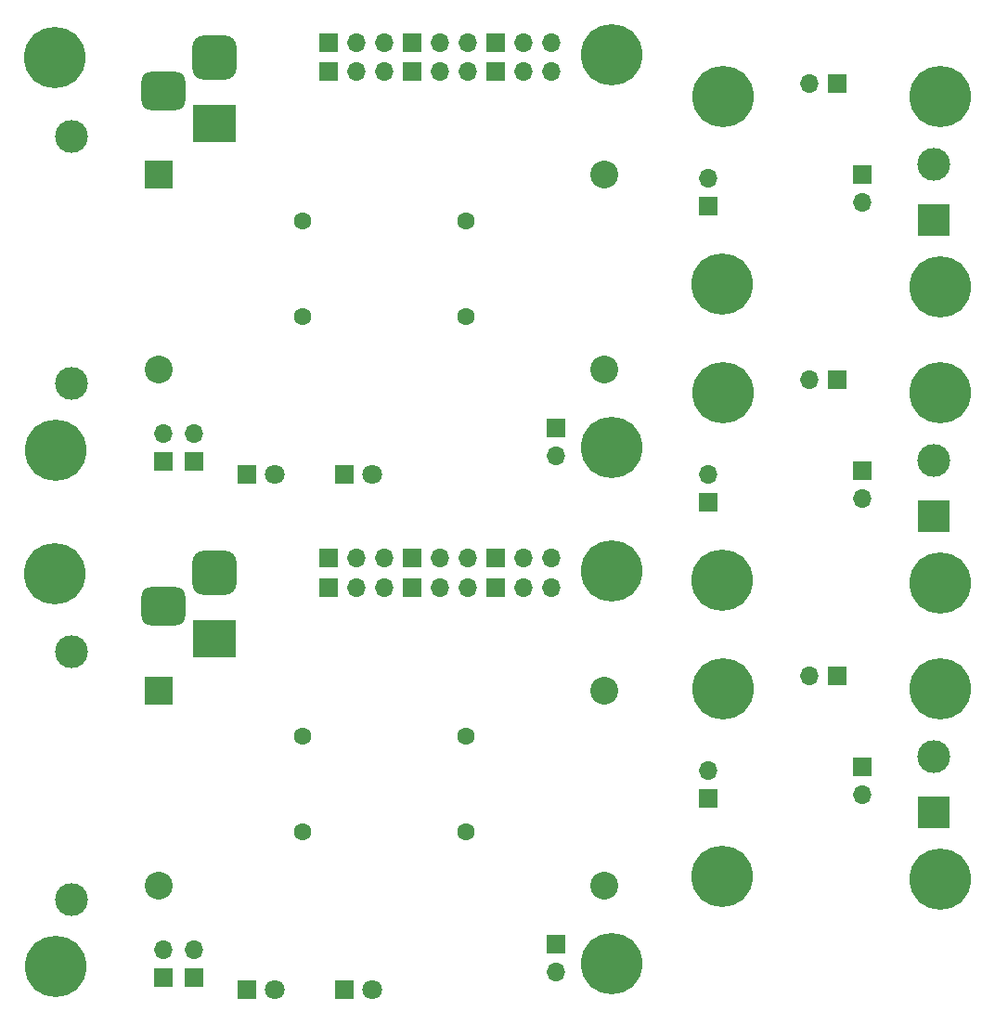
<source format=gbs>
%MOIN*%
%OFA0B0*%
%FSLAX46Y46*%
%IPPOS*%
%LPD*%
%AMRoundRect*
4,1,4,
0.07874015748031496,0.11811023622047245,
0.15748031496062992,0.19685039370078741,
0.23622047244094491,0.27559055118110237,
0.31496062992125984,0.35433070866141736,
0.07874015748031496,0.11811023622047245,
0*
1,1,$1,$2,$3*
1,1,$1,$2,$3*
1,1,$1,$2,$3*
1,1,$1,$2,$3*
20,1,$1,$2,$3,$4,$5,0*
20,1,$1,$2,$3,$4,$5,0*
20,1,$1,$2,$3,$4,$5,0*
20,1,$1,$2,$3,$4,$5,0*%
%AMCOMP147*
4,1,3,
-0.03937007874015748,0.03937007874015748,
-0.03937007874015748,-0.03937007874015748,
0.03937007874015748,-0.03937007874015748,
0.03937007874015748,0.03937007874015748,
0*
4,1,19,
-0.03937007874015748,0.07874015748031496,
-0.027204055339569,0.076813248673037543,
-0.016228927075099483,0.0712211415108247,
-0.0075190159694902585,0.062511230405215487,
-0.0019269088072774202,0.051536102140745964,
0,0.03937007874015748,
-0.0019269088072774157,0.027204055339569003,
-0.0075190159694902585,0.01622892707509949,
-0.016228927075099479,0.0075190159694902628,
-0.027204055339569,0.0019269088072774202,
-0.03937007874015748,0,
-0.051536102140745978,0.0019269088072774202,
-0.062511230405215473,0.0075190159694902541,
-0.0712211415108247,0.016228927075099479,
-0.076813248673037543,0.027204055339568996,
-0.07874015748031496,0.039370078740157473,
-0.076813248673037543,0.051536102140745957,
-0.0712211415108247,0.062511230405215473,
-0.062511230405215487,0.0712211415108247,
-0.051536102140745978,0.076813248673037543,
0*
4,1,19,
-0.03937007874015748,0,
-0.027204055339569,-0.0019269088072774202,
-0.016228927075099483,-0.0075190159694902585,
-0.0075190159694902585,-0.016228927075099483,
-0.0019269088072774202,-0.027204055339569,
0,-0.03937007874015748,
-0.0019269088072774157,-0.051536102140745964,
-0.0075190159694902585,-0.062511230405215473,
-0.016228927075099479,-0.0712211415108247,
-0.027204055339569,-0.076813248673037543,
-0.03937007874015748,-0.07874015748031496,
-0.051536102140745978,-0.076813248673037543,
-0.062511230405215473,-0.0712211415108247,
-0.0712211415108247,-0.062511230405215487,
-0.076813248673037543,-0.051536102140745964,
-0.07874015748031496,-0.039370078740157494,
-0.076813248673037543,-0.02720405533956901,
-0.0712211415108247,-0.016228927075099493,
-0.062511230405215487,-0.0075190159694902628,
-0.051536102140745978,-0.0019269088072774202,
0*
4,1,19,
0.03937007874015748,0,
0.051536102140745964,-0.0019269088072774202,
0.062511230405215487,-0.0075190159694902585,
0.0712211415108247,-0.016228927075099483,
0.076813248673037543,-0.027204055339569,
0.07874015748031496,-0.03937007874015748,
0.076813248673037543,-0.051536102140745964,
0.0712211415108247,-0.062511230405215473,
0.062511230405215487,-0.0712211415108247,
0.051536102140745964,-0.076813248673037543,
0.039370078740157494,-0.07874015748031496,
0.027204055339568992,-0.076813248673037543,
0.01622892707509949,-0.0712211415108247,
0.0075190159694902628,-0.062511230405215487,
0.0019269088072774202,-0.051536102140745964,
0,-0.039370078740157494,
0.0019269088072774157,-0.02720405533956901,
0.0075190159694902541,-0.016228927075099493,
0.016228927075099476,-0.0075190159694902628,
0.027204055339568992,-0.0019269088072774202,
0*
4,1,19,
0.03937007874015748,0.07874015748031496,
0.051536102140745964,0.076813248673037543,
0.062511230405215487,0.0712211415108247,
0.0712211415108247,0.062511230405215487,
0.076813248673037543,0.051536102140745964,
0.07874015748031496,0.03937007874015748,
0.076813248673037543,0.027204055339569003,
0.0712211415108247,0.01622892707509949,
0.062511230405215487,0.0075190159694902628,
0.051536102140745964,0.0019269088072774202,
0.039370078740157494,0,
0.027204055339568992,0.0019269088072774202,
0.01622892707509949,0.0075190159694902541,
0.0075190159694902628,0.016228927075099479,
0.0019269088072774202,0.027204055339568996,
0,0.039370078740157473,
0.0019269088072774157,0.051536102140745957,
0.0075190159694902541,0.062511230405215473,
0.016228927075099476,0.0712211415108247,
0.027204055339568992,0.076813248673037543,
0*
4,1,3,
-0.07874015748031496,0.03937007874015748,
0,0.03937007874015748,
0,-0.03937007874015748,
-0.07874015748031496,-0.03937007874015748,
0*
4,1,3,
-0.03937007874015748,-0.07874015748031496,
-0.03937007874015748,0,
0.03937007874015748,0,
0.03937007874015748,-0.07874015748031496,
0*
4,1,3,
0.07874015748031496,-0.03937007874015748,
0,-0.03937007874015748,
0,0.03937007874015748,
0.07874015748031496,0.03937007874015748,
0*
4,1,3,
0.03937007874015748,0.07874015748031496,
0.03937007874015748,0,
-0.03937007874015748,0,
-0.03937007874015748,0.07874015748031496,
0*%
%AMCOMP148*
4,1,3,
-0.04429133858267717,0.034448818897637797,
-0.04429133858267717,-0.034448818897637797,
0.04429133858267717,-0.034448818897637797,
0.04429133858267717,0.034448818897637797,
0*
4,1,19,
-0.04429133858267717,0.068897637795275593,
-0.033646068107162252,0.067211592588907854,
-0.02404283087575142,0.062318498821971623,
-0.016421658658343347,0.054697326604563543,
-0.011528564891407115,0.045094089373152721,
-0.00984251968503937,0.034448818897637797,
-0.011528564891407109,0.023803548422122879,
-0.016421658658343347,0.014200311190712054,
-0.024042830875751417,0.00657913897330398,
-0.033646068107162239,0.0016860452063677432,
-0.04429133858267717,0,
-0.054936609058192094,0.0016860452063677432,
-0.064539846289602909,0.0065791389733039713,
-0.072161018507010982,0.014200311190712045,
-0.07705411227394722,0.023803548422122869,
-0.07874015748031496,0.03444881889763779,
-0.07705411227394722,0.045094089373152707,
-0.072161018507011,0.054697326604563536,
-0.064539846289602923,0.062318498821971616,
-0.054936609058192094,0.067211592588907854,
0*
4,1,19,
-0.04429133858267717,0,
-0.033646068107162252,-0.0016860452063677432,
-0.02404283087575142,-0.0065791389733039756,
-0.016421658658343347,-0.014200311190712049,
-0.011528564891407115,-0.023803548422122876,
-0.00984251968503937,-0.034448818897637797,
-0.011528564891407109,-0.045094089373152714,
-0.016421658658343347,-0.054697326604563536,
-0.024042830875751417,-0.062318498821971616,
-0.033646068107162239,-0.067211592588907854,
-0.04429133858267717,-0.068897637795275593,
-0.054936609058192094,-0.067211592588907854,
-0.064539846289602909,-0.062318498821971623,
-0.072161018507010982,-0.054697326604563556,
-0.07705411227394722,-0.045094089373152721,
-0.07874015748031496,-0.0344488188976378,
-0.07705411227394722,-0.023803548422122883,
-0.072161018507011,-0.014200311190712057,
-0.064539846289602923,-0.00657913897330398,
-0.054936609058192094,-0.0016860452063677432,
0*
4,1,19,
0.04429133858267717,0,
0.054936609058192087,-0.0016860452063677432,
0.064539846289602909,-0.0065791389733039756,
0.072161018507011,-0.014200311190712049,
0.07705411227394722,-0.023803548422122876,
0.07874015748031496,-0.034448818897637797,
0.07705411227394722,-0.045094089373152714,
0.072161018507011,-0.054697326604563536,
0.064539846289602923,-0.062318498821971616,
0.054936609058192094,-0.067211592588907854,
0.04429133858267717,-0.068897637795275593,
0.033646068107162239,-0.067211592588907854,
0.024042830875751424,-0.062318498821971623,
0.016421658658343351,-0.054697326604563556,
0.011528564891407115,-0.045094089373152721,
0.00984251968503937,-0.0344488188976378,
0.011528564891407109,-0.023803548422122883,
0.016421658658343344,-0.014200311190712057,
0.02404283087575141,-0.00657913897330398,
0.033646068107162239,-0.0016860452063677432,
0*
4,1,19,
0.04429133858267717,0.068897637795275593,
0.054936609058192087,0.067211592588907854,
0.064539846289602909,0.062318498821971623,
0.072161018507011,0.054697326604563543,
0.07705411227394722,0.045094089373152721,
0.07874015748031496,0.034448818897637797,
0.07705411227394722,0.023803548422122879,
0.072161018507011,0.014200311190712054,
0.064539846289602923,0.00657913897330398,
0.054936609058192094,0.0016860452063677432,
0.04429133858267717,0,
0.033646068107162239,0.0016860452063677432,
0.024042830875751424,0.0065791389733039713,
0.016421658658343351,0.014200311190712045,
0.011528564891407115,0.023803548422122869,
0.00984251968503937,0.03444881889763779,
0.011528564891407109,0.045094089373152707,
0.016421658658343344,0.054697326604563536,
0.02404283087575141,0.062318498821971616,
0.033646068107162239,0.067211592588907854,
0*
4,1,3,
-0.07874015748031496,0.034448818897637797,
-0.00984251968503937,0.034448818897637797,
-0.00984251968503937,-0.034448818897637797,
-0.07874015748031496,-0.034448818897637797,
0*
4,1,3,
-0.04429133858267717,-0.068897637795275593,
-0.04429133858267717,0,
0.04429133858267717,0,
0.04429133858267717,-0.068897637795275593,
0*
4,1,3,
0.07874015748031496,-0.034448818897637797,
0.00984251968503937,-0.034448818897637797,
0.00984251968503937,0.034448818897637797,
0.07874015748031496,0.034448818897637797,
0*
4,1,3,
0.04429133858267717,0.068897637795275593,
0.04429133858267717,0,
-0.04429133858267717,0,
-0.04429133858267717,0.068897637795275593,
0*%
%AMRoundRect0*
4,1,4,
0.07874015748031496,0.11811023622047245,
0.15748031496062992,0.19685039370078741,
0.23622047244094491,0.27559055118110237,
0.31496062992125984,0.35433070866141736,
0.07874015748031496,0.11811023622047245,
0*
1,1,$1,$2,$3*
1,1,$1,$2,$3*
1,1,$1,$2,$3*
1,1,$1,$2,$3*
20,1,$1,$2,$3,$4,$5,0*
20,1,$1,$2,$3,$4,$5,0*
20,1,$1,$2,$3,$4,$5,0*
20,1,$1,$2,$3,$4,$5,0*%
%AMCOMP1630*
4,1,3,
-0.03937007874015748,0.03937007874015748,
-0.03937007874015748,-0.03937007874015748,
0.03937007874015748,-0.03937007874015748,
0.03937007874015748,0.03937007874015748,
0*
4,1,19,
-0.03937007874015748,0.07874015748031496,
-0.027204055339569,0.076813248673037543,
-0.016228927075099483,0.0712211415108247,
-0.0075190159694902585,0.062511230405215487,
-0.0019269088072774202,0.051536102140745964,
0,0.03937007874015748,
-0.0019269088072774157,0.027204055339569003,
-0.0075190159694902585,0.01622892707509949,
-0.016228927075099479,0.0075190159694902628,
-0.027204055339569,0.0019269088072774202,
-0.03937007874015748,0,
-0.051536102140745978,0.0019269088072774202,
-0.062511230405215473,0.0075190159694902541,
-0.0712211415108247,0.016228927075099479,
-0.076813248673037543,0.027204055339568996,
-0.07874015748031496,0.039370078740157473,
-0.076813248673037543,0.051536102140745957,
-0.0712211415108247,0.062511230405215473,
-0.062511230405215487,0.0712211415108247,
-0.051536102140745978,0.076813248673037543,
0*
4,1,19,
-0.03937007874015748,0,
-0.027204055339569,-0.0019269088072774202,
-0.016228927075099483,-0.0075190159694902585,
-0.0075190159694902585,-0.016228927075099483,
-0.0019269088072774202,-0.027204055339569,
0,-0.03937007874015748,
-0.0019269088072774157,-0.051536102140745964,
-0.0075190159694902585,-0.062511230405215473,
-0.016228927075099479,-0.0712211415108247,
-0.027204055339569,-0.076813248673037543,
-0.03937007874015748,-0.07874015748031496,
-0.051536102140745978,-0.076813248673037543,
-0.062511230405215473,-0.0712211415108247,
-0.0712211415108247,-0.062511230405215487,
-0.076813248673037543,-0.051536102140745964,
-0.07874015748031496,-0.039370078740157494,
-0.076813248673037543,-0.02720405533956901,
-0.0712211415108247,-0.016228927075099493,
-0.062511230405215487,-0.0075190159694902628,
-0.051536102140745978,-0.0019269088072774202,
0*
4,1,19,
0.03937007874015748,0,
0.051536102140745964,-0.0019269088072774202,
0.062511230405215487,-0.0075190159694902585,
0.0712211415108247,-0.016228927075099483,
0.076813248673037543,-0.027204055339569,
0.07874015748031496,-0.03937007874015748,
0.076813248673037543,-0.051536102140745964,
0.0712211415108247,-0.062511230405215473,
0.062511230405215487,-0.0712211415108247,
0.051536102140745964,-0.076813248673037543,
0.039370078740157494,-0.07874015748031496,
0.027204055339568992,-0.076813248673037543,
0.01622892707509949,-0.0712211415108247,
0.0075190159694902628,-0.062511230405215487,
0.0019269088072774202,-0.051536102140745964,
0,-0.039370078740157494,
0.0019269088072774157,-0.02720405533956901,
0.0075190159694902541,-0.016228927075099493,
0.016228927075099476,-0.0075190159694902628,
0.027204055339568992,-0.0019269088072774202,
0*
4,1,19,
0.03937007874015748,0.07874015748031496,
0.051536102140745964,0.076813248673037543,
0.062511230405215487,0.0712211415108247,
0.0712211415108247,0.062511230405215487,
0.076813248673037543,0.051536102140745964,
0.07874015748031496,0.03937007874015748,
0.076813248673037543,0.027204055339569003,
0.0712211415108247,0.01622892707509949,
0.062511230405215487,0.0075190159694902628,
0.051536102140745964,0.0019269088072774202,
0.039370078740157494,0,
0.027204055339568992,0.0019269088072774202,
0.01622892707509949,0.0075190159694902541,
0.0075190159694902628,0.016228927075099479,
0.0019269088072774202,0.027204055339568996,
0,0.039370078740157473,
0.0019269088072774157,0.051536102140745957,
0.0075190159694902541,0.062511230405215473,
0.016228927075099476,0.0712211415108247,
0.027204055339568992,0.076813248673037543,
0*
4,1,3,
-0.07874015748031496,0.03937007874015748,
0,0.03937007874015748,
0,-0.03937007874015748,
-0.07874015748031496,-0.03937007874015748,
0*
4,1,3,
-0.03937007874015748,-0.07874015748031496,
-0.03937007874015748,0,
0.03937007874015748,0,
0.03937007874015748,-0.07874015748031496,
0*
4,1,3,
0.07874015748031496,-0.03937007874015748,
0,-0.03937007874015748,
0,0.03937007874015748,
0.07874015748031496,0.03937007874015748,
0*
4,1,3,
0.03937007874015748,0.07874015748031496,
0.03937007874015748,0,
-0.03937007874015748,0,
-0.03937007874015748,0.07874015748031496,
0*%
%AMCOMP1640*
4,1,3,
-0.04429133858267717,0.034448818897637797,
-0.04429133858267717,-0.034448818897637797,
0.04429133858267717,-0.034448818897637797,
0.04429133858267717,0.034448818897637797,
0*
4,1,19,
-0.04429133858267717,0.068897637795275593,
-0.033646068107162252,0.067211592588907854,
-0.02404283087575142,0.062318498821971623,
-0.016421658658343347,0.054697326604563543,
-0.011528564891407115,0.045094089373152721,
-0.00984251968503937,0.034448818897637797,
-0.011528564891407109,0.023803548422122879,
-0.016421658658343347,0.014200311190712054,
-0.024042830875751417,0.00657913897330398,
-0.033646068107162239,0.0016860452063677432,
-0.04429133858267717,0,
-0.054936609058192094,0.0016860452063677432,
-0.064539846289602909,0.0065791389733039713,
-0.072161018507010982,0.014200311190712045,
-0.07705411227394722,0.023803548422122869,
-0.07874015748031496,0.03444881889763779,
-0.07705411227394722,0.045094089373152707,
-0.072161018507011,0.054697326604563536,
-0.064539846289602923,0.062318498821971616,
-0.054936609058192094,0.067211592588907854,
0*
4,1,19,
-0.04429133858267717,0,
-0.033646068107162252,-0.0016860452063677432,
-0.02404283087575142,-0.0065791389733039756,
-0.016421658658343347,-0.014200311190712049,
-0.011528564891407115,-0.023803548422122876,
-0.00984251968503937,-0.034448818897637797,
-0.011528564891407109,-0.045094089373152714,
-0.016421658658343347,-0.054697326604563536,
-0.024042830875751417,-0.062318498821971616,
-0.033646068107162239,-0.067211592588907854,
-0.04429133858267717,-0.068897637795275593,
-0.054936609058192094,-0.067211592588907854,
-0.064539846289602909,-0.062318498821971623,
-0.072161018507010982,-0.054697326604563556,
-0.07705411227394722,-0.045094089373152721,
-0.07874015748031496,-0.0344488188976378,
-0.07705411227394722,-0.023803548422122883,
-0.072161018507011,-0.014200311190712057,
-0.064539846289602923,-0.00657913897330398,
-0.054936609058192094,-0.0016860452063677432,
0*
4,1,19,
0.04429133858267717,0,
0.054936609058192087,-0.0016860452063677432,
0.064539846289602909,-0.0065791389733039756,
0.072161018507011,-0.014200311190712049,
0.07705411227394722,-0.023803548422122876,
0.07874015748031496,-0.034448818897637797,
0.07705411227394722,-0.045094089373152714,
0.072161018507011,-0.054697326604563536,
0.064539846289602923,-0.062318498821971616,
0.054936609058192094,-0.067211592588907854,
0.04429133858267717,-0.068897637795275593,
0.033646068107162239,-0.067211592588907854,
0.024042830875751424,-0.062318498821971623,
0.016421658658343351,-0.054697326604563556,
0.011528564891407115,-0.045094089373152721,
0.00984251968503937,-0.0344488188976378,
0.011528564891407109,-0.023803548422122883,
0.016421658658343344,-0.014200311190712057,
0.02404283087575141,-0.00657913897330398,
0.033646068107162239,-0.0016860452063677432,
0*
4,1,19,
0.04429133858267717,0.068897637795275593,
0.054936609058192087,0.067211592588907854,
0.064539846289602909,0.062318498821971623,
0.072161018507011,0.054697326604563543,
0.07705411227394722,0.045094089373152721,
0.07874015748031496,0.034448818897637797,
0.07705411227394722,0.023803548422122879,
0.072161018507011,0.014200311190712054,
0.064539846289602923,0.00657913897330398,
0.054936609058192094,0.0016860452063677432,
0.04429133858267717,0,
0.033646068107162239,0.0016860452063677432,
0.024042830875751424,0.0065791389733039713,
0.016421658658343351,0.014200311190712045,
0.011528564891407115,0.023803548422122869,
0.00984251968503937,0.03444881889763779,
0.011528564891407109,0.045094089373152707,
0.016421658658343344,0.054697326604563536,
0.02404283087575141,0.062318498821971616,
0.033646068107162239,0.067211592588907854,
0*
4,1,3,
-0.07874015748031496,0.034448818897637797,
-0.00984251968503937,0.034448818897637797,
-0.00984251968503937,-0.034448818897637797,
-0.07874015748031496,-0.034448818897637797,
0*
4,1,3,
-0.04429133858267717,-0.068897637795275593,
-0.04429133858267717,0,
0.04429133858267717,0,
0.04429133858267717,-0.068897637795275593,
0*
4,1,3,
0.07874015748031496,-0.034448818897637797,
0.00984251968503937,-0.034448818897637797,
0.00984251968503937,0.034448818897637797,
0.07874015748031496,0.034448818897637797,
0*
4,1,3,
0.04429133858267717,0.068897637795275593,
0.04429133858267717,0,
-0.04429133858267717,0,
-0.04429133858267717,0.068897637795275593,
0*%
%ADD10R,0.070866141732283464X0.070866141732283464*%
%ADD11C,0.070866141732283464*%
%ADD12C,0.11811023622047245*%
%ADD13C,0.22047244094488189*%
%ADD14R,0.066929133858267723X0.066929133858267723*%
%ADD15O,0.066929133858267723X0.066929133858267723*%
%ADD16R,0.15748031496062992X0.13779527559055119*%
%AMCOMP201*
4,1,3,
-0.03937007874015748,0.03937007874015748,
-0.03937007874015748,-0.03937007874015748,
0.03937007874015748,-0.03937007874015748,
0.03937007874015748,0.03937007874015748,
0*
4,1,19,
-0.03937007874015748,0.07874015748031496,
-0.027204055339569,0.076813248673037543,
-0.016228927075099483,0.0712211415108247,
-0.0075190159694902585,0.062511230405215487,
-0.0019269088072774202,0.051536102140745964,
0,0.03937007874015748,
-0.0019269088072774157,0.027204055339569003,
-0.0075190159694902585,0.01622892707509949,
-0.016228927075099479,0.0075190159694902628,
-0.027204055339569,0.0019269088072774202,
-0.03937007874015748,0,
-0.051536102140745978,0.0019269088072774202,
-0.062511230405215473,0.0075190159694902541,
-0.0712211415108247,0.016228927075099479,
-0.076813248673037543,0.027204055339568996,
-0.07874015748031496,0.039370078740157473,
-0.076813248673037543,0.051536102140745957,
-0.0712211415108247,0.062511230405215473,
-0.062511230405215487,0.0712211415108247,
-0.051536102140745978,0.076813248673037543,
0*
4,1,19,
-0.03937007874015748,0,
-0.027204055339569,-0.0019269088072774202,
-0.016228927075099483,-0.0075190159694902585,
-0.0075190159694902585,-0.016228927075099483,
-0.0019269088072774202,-0.027204055339569,
0,-0.03937007874015748,
-0.0019269088072774157,-0.051536102140745964,
-0.0075190159694902585,-0.062511230405215473,
-0.016228927075099479,-0.0712211415108247,
-0.027204055339569,-0.076813248673037543,
-0.03937007874015748,-0.07874015748031496,
-0.051536102140745978,-0.076813248673037543,
-0.062511230405215473,-0.0712211415108247,
-0.0712211415108247,-0.062511230405215487,
-0.076813248673037543,-0.051536102140745964,
-0.07874015748031496,-0.039370078740157494,
-0.076813248673037543,-0.02720405533956901,
-0.0712211415108247,-0.016228927075099493,
-0.062511230405215487,-0.0075190159694902628,
-0.051536102140745978,-0.0019269088072774202,
0*
4,1,19,
0.03937007874015748,0,
0.051536102140745964,-0.0019269088072774202,
0.062511230405215487,-0.0075190159694902585,
0.0712211415108247,-0.016228927075099483,
0.076813248673037543,-0.027204055339569,
0.07874015748031496,-0.03937007874015748,
0.076813248673037543,-0.051536102140745964,
0.0712211415108247,-0.062511230405215473,
0.062511230405215487,-0.0712211415108247,
0.051536102140745964,-0.076813248673037543,
0.039370078740157494,-0.07874015748031496,
0.027204055339568992,-0.076813248673037543,
0.01622892707509949,-0.0712211415108247,
0.0075190159694902628,-0.062511230405215487,
0.0019269088072774202,-0.051536102140745964,
0,-0.039370078740157494,
0.0019269088072774157,-0.02720405533956901,
0.0075190159694902541,-0.016228927075099493,
0.016228927075099476,-0.0075190159694902628,
0.027204055339568992,-0.0019269088072774202,
0*
4,1,19,
0.03937007874015748,0.07874015748031496,
0.051536102140745964,0.076813248673037543,
0.062511230405215487,0.0712211415108247,
0.0712211415108247,0.062511230405215487,
0.076813248673037543,0.051536102140745964,
0.07874015748031496,0.03937007874015748,
0.076813248673037543,0.027204055339569003,
0.0712211415108247,0.01622892707509949,
0.062511230405215487,0.0075190159694902628,
0.051536102140745964,0.0019269088072774202,
0.039370078740157494,0,
0.027204055339568992,0.0019269088072774202,
0.01622892707509949,0.0075190159694902541,
0.0075190159694902628,0.016228927075099479,
0.0019269088072774202,0.027204055339568996,
0,0.039370078740157473,
0.0019269088072774157,0.051536102140745957,
0.0075190159694902541,0.062511230405215473,
0.016228927075099476,0.0712211415108247,
0.027204055339568992,0.076813248673037543,
0*
4,1,3,
-0.07874015748031496,0.03937007874015748,
0,0.03937007874015748,
0,-0.03937007874015748,
-0.07874015748031496,-0.03937007874015748,
0*
4,1,3,
-0.03937007874015748,-0.07874015748031496,
-0.03937007874015748,0,
0.03937007874015748,0,
0.03937007874015748,-0.07874015748031496,
0*
4,1,3,
0.07874015748031496,-0.03937007874015748,
0,-0.03937007874015748,
0,0.03937007874015748,
0.07874015748031496,0.03937007874015748,
0*
4,1,3,
0.03937007874015748,0.07874015748031496,
0.03937007874015748,0,
-0.03937007874015748,0,
-0.03937007874015748,0.07874015748031496,
0*%
%ADD17COMP201,1X-1X1X-1X-1X1X-1X1X1X0*%
%AMCOMP208*
4,1,3,
-0.04429133858267717,0.034448818897637797,
-0.04429133858267717,-0.034448818897637797,
0.04429133858267717,-0.034448818897637797,
0.04429133858267717,0.034448818897637797,
0*
4,1,19,
-0.04429133858267717,0.068897637795275593,
-0.033646068107162252,0.067211592588907854,
-0.02404283087575142,0.062318498821971623,
-0.016421658658343347,0.054697326604563543,
-0.011528564891407115,0.045094089373152721,
-0.00984251968503937,0.034448818897637797,
-0.011528564891407109,0.023803548422122879,
-0.016421658658343347,0.014200311190712054,
-0.024042830875751417,0.00657913897330398,
-0.033646068107162239,0.0016860452063677432,
-0.04429133858267717,0,
-0.054936609058192094,0.0016860452063677432,
-0.064539846289602909,0.0065791389733039713,
-0.072161018507010982,0.014200311190712045,
-0.07705411227394722,0.023803548422122869,
-0.07874015748031496,0.03444881889763779,
-0.07705411227394722,0.045094089373152707,
-0.072161018507011,0.054697326604563536,
-0.064539846289602923,0.062318498821971616,
-0.054936609058192094,0.067211592588907854,
0*
4,1,19,
-0.04429133858267717,0,
-0.033646068107162252,-0.0016860452063677432,
-0.02404283087575142,-0.0065791389733039756,
-0.016421658658343347,-0.014200311190712049,
-0.011528564891407115,-0.023803548422122876,
-0.00984251968503937,-0.034448818897637797,
-0.011528564891407109,-0.045094089373152714,
-0.016421658658343347,-0.054697326604563536,
-0.024042830875751417,-0.062318498821971616,
-0.033646068107162239,-0.067211592588907854,
-0.04429133858267717,-0.068897637795275593,
-0.054936609058192094,-0.067211592588907854,
-0.064539846289602909,-0.062318498821971623,
-0.072161018507010982,-0.054697326604563556,
-0.07705411227394722,-0.045094089373152721,
-0.07874015748031496,-0.0344488188976378,
-0.07705411227394722,-0.023803548422122883,
-0.072161018507011,-0.014200311190712057,
-0.064539846289602923,-0.00657913897330398,
-0.054936609058192094,-0.0016860452063677432,
0*
4,1,19,
0.04429133858267717,0,
0.054936609058192087,-0.0016860452063677432,
0.064539846289602909,-0.0065791389733039756,
0.072161018507011,-0.014200311190712049,
0.07705411227394722,-0.023803548422122876,
0.07874015748031496,-0.034448818897637797,
0.07705411227394722,-0.045094089373152714,
0.072161018507011,-0.054697326604563536,
0.064539846289602923,-0.062318498821971616,
0.054936609058192094,-0.067211592588907854,
0.04429133858267717,-0.068897637795275593,
0.033646068107162239,-0.067211592588907854,
0.024042830875751424,-0.062318498821971623,
0.016421658658343351,-0.054697326604563556,
0.011528564891407115,-0.045094089373152721,
0.00984251968503937,-0.0344488188976378,
0.011528564891407109,-0.023803548422122883,
0.016421658658343344,-0.014200311190712057,
0.02404283087575141,-0.00657913897330398,
0.033646068107162239,-0.0016860452063677432,
0*
4,1,19,
0.04429133858267717,0.068897637795275593,
0.054936609058192087,0.067211592588907854,
0.064539846289602909,0.062318498821971623,
0.072161018507011,0.054697326604563543,
0.07705411227394722,0.045094089373152721,
0.07874015748031496,0.034448818897637797,
0.07705411227394722,0.023803548422122879,
0.072161018507011,0.014200311190712054,
0.064539846289602923,0.00657913897330398,
0.054936609058192094,0.0016860452063677432,
0.04429133858267717,0,
0.033646068107162239,0.0016860452063677432,
0.024042830875751424,0.0065791389733039713,
0.016421658658343351,0.014200311190712045,
0.011528564891407115,0.023803548422122869,
0.00984251968503937,0.03444881889763779,
0.011528564891407109,0.045094089373152707,
0.016421658658343344,0.054697326604563536,
0.02404283087575141,0.062318498821971616,
0.033646068107162239,0.067211592588907854,
0*
4,1,3,
-0.07874015748031496,0.034448818897637797,
-0.00984251968503937,0.034448818897637797,
-0.00984251968503937,-0.034448818897637797,
-0.07874015748031496,-0.034448818897637797,
0*
4,1,3,
-0.04429133858267717,-0.068897637795275593,
-0.04429133858267717,0,
0.04429133858267717,0,
0.04429133858267717,-0.068897637795275593,
0*
4,1,3,
0.07874015748031496,-0.034448818897637797,
0.00984251968503937,-0.034448818897637797,
0.00984251968503937,0.034448818897637797,
0.07874015748031496,0.034448818897637797,
0*
4,1,3,
0.04429133858267717,0.068897637795275593,
0.04429133858267717,0,
-0.04429133858267717,0,
-0.04429133858267717,0.068897637795275593,
0*%
%ADD18COMP208,0.875X-1.125X0.875X-1.125X-0.875X1.125X-0.875X1.125X0.875X0*%
%ADD19C,0.062992125984251982*%
%ADD20R,0.1X0.1*%
%ADD21C,0.1*%
%ADD32R,0.070866141732283464X0.070866141732283464*%
%ADD33C,0.070866141732283464*%
%ADD34C,0.11811023622047245*%
%ADD35C,0.22047244094488189*%
%ADD36R,0.066929133858267723X0.066929133858267723*%
%ADD37O,0.066929133858267723X0.066929133858267723*%
%ADD38R,0.15748031496062992X0.13779527559055119*%
%AMCOMP215*
4,1,3,
-0.03937007874015748,0.03937007874015748,
-0.03937007874015748,-0.03937007874015748,
0.03937007874015748,-0.03937007874015748,
0.03937007874015748,0.03937007874015748,
0*
4,1,19,
-0.03937007874015748,0.07874015748031496,
-0.027204055339569,0.076813248673037543,
-0.016228927075099483,0.0712211415108247,
-0.0075190159694902585,0.062511230405215487,
-0.0019269088072774202,0.051536102140745964,
0,0.03937007874015748,
-0.0019269088072774157,0.027204055339569003,
-0.0075190159694902585,0.01622892707509949,
-0.016228927075099479,0.0075190159694902628,
-0.027204055339569,0.0019269088072774202,
-0.03937007874015748,0,
-0.051536102140745978,0.0019269088072774202,
-0.062511230405215473,0.0075190159694902541,
-0.0712211415108247,0.016228927075099479,
-0.076813248673037543,0.027204055339568996,
-0.07874015748031496,0.039370078740157473,
-0.076813248673037543,0.051536102140745957,
-0.0712211415108247,0.062511230405215473,
-0.062511230405215487,0.0712211415108247,
-0.051536102140745978,0.076813248673037543,
0*
4,1,19,
-0.03937007874015748,0,
-0.027204055339569,-0.0019269088072774202,
-0.016228927075099483,-0.0075190159694902585,
-0.0075190159694902585,-0.016228927075099483,
-0.0019269088072774202,-0.027204055339569,
0,-0.03937007874015748,
-0.0019269088072774157,-0.051536102140745964,
-0.0075190159694902585,-0.062511230405215473,
-0.016228927075099479,-0.0712211415108247,
-0.027204055339569,-0.076813248673037543,
-0.03937007874015748,-0.07874015748031496,
-0.051536102140745978,-0.076813248673037543,
-0.062511230405215473,-0.0712211415108247,
-0.0712211415108247,-0.062511230405215487,
-0.076813248673037543,-0.051536102140745964,
-0.07874015748031496,-0.039370078740157494,
-0.076813248673037543,-0.02720405533956901,
-0.0712211415108247,-0.016228927075099493,
-0.062511230405215487,-0.0075190159694902628,
-0.051536102140745978,-0.0019269088072774202,
0*
4,1,19,
0.03937007874015748,0,
0.051536102140745964,-0.0019269088072774202,
0.062511230405215487,-0.0075190159694902585,
0.0712211415108247,-0.016228927075099483,
0.076813248673037543,-0.027204055339569,
0.07874015748031496,-0.03937007874015748,
0.076813248673037543,-0.051536102140745964,
0.0712211415108247,-0.062511230405215473,
0.062511230405215487,-0.0712211415108247,
0.051536102140745964,-0.076813248673037543,
0.039370078740157494,-0.07874015748031496,
0.027204055339568992,-0.076813248673037543,
0.01622892707509949,-0.0712211415108247,
0.0075190159694902628,-0.062511230405215487,
0.0019269088072774202,-0.051536102140745964,
0,-0.039370078740157494,
0.0019269088072774157,-0.02720405533956901,
0.0075190159694902541,-0.016228927075099493,
0.016228927075099476,-0.0075190159694902628,
0.027204055339568992,-0.0019269088072774202,
0*
4,1,19,
0.03937007874015748,0.07874015748031496,
0.051536102140745964,0.076813248673037543,
0.062511230405215487,0.0712211415108247,
0.0712211415108247,0.062511230405215487,
0.076813248673037543,0.051536102140745964,
0.07874015748031496,0.03937007874015748,
0.076813248673037543,0.027204055339569003,
0.0712211415108247,0.01622892707509949,
0.062511230405215487,0.0075190159694902628,
0.051536102140745964,0.0019269088072774202,
0.039370078740157494,0,
0.027204055339568992,0.0019269088072774202,
0.01622892707509949,0.0075190159694902541,
0.0075190159694902628,0.016228927075099479,
0.0019269088072774202,0.027204055339568996,
0,0.039370078740157473,
0.0019269088072774157,0.051536102140745957,
0.0075190159694902541,0.062511230405215473,
0.016228927075099476,0.0712211415108247,
0.027204055339568992,0.076813248673037543,
0*
4,1,3,
-0.07874015748031496,0.03937007874015748,
0,0.03937007874015748,
0,-0.03937007874015748,
-0.07874015748031496,-0.03937007874015748,
0*
4,1,3,
-0.03937007874015748,-0.07874015748031496,
-0.03937007874015748,0,
0.03937007874015748,0,
0.03937007874015748,-0.07874015748031496,
0*
4,1,3,
0.07874015748031496,-0.03937007874015748,
0,-0.03937007874015748,
0,0.03937007874015748,
0.07874015748031496,0.03937007874015748,
0*
4,1,3,
0.03937007874015748,0.07874015748031496,
0.03937007874015748,0,
-0.03937007874015748,0,
-0.03937007874015748,0.07874015748031496,
0*%
%ADD39COMP215,1X-1X1X-1X-1X1X-1X1X1X0*%
%AMCOMP222*
4,1,3,
-0.04429133858267717,0.034448818897637797,
-0.04429133858267717,-0.034448818897637797,
0.04429133858267717,-0.034448818897637797,
0.04429133858267717,0.034448818897637797,
0*
4,1,19,
-0.04429133858267717,0.068897637795275593,
-0.033646068107162252,0.067211592588907854,
-0.02404283087575142,0.062318498821971623,
-0.016421658658343347,0.054697326604563543,
-0.011528564891407115,0.045094089373152721,
-0.00984251968503937,0.034448818897637797,
-0.011528564891407109,0.023803548422122879,
-0.016421658658343347,0.014200311190712054,
-0.024042830875751417,0.00657913897330398,
-0.033646068107162239,0.0016860452063677432,
-0.04429133858267717,0,
-0.054936609058192094,0.0016860452063677432,
-0.064539846289602909,0.0065791389733039713,
-0.072161018507010982,0.014200311190712045,
-0.07705411227394722,0.023803548422122869,
-0.07874015748031496,0.03444881889763779,
-0.07705411227394722,0.045094089373152707,
-0.072161018507011,0.054697326604563536,
-0.064539846289602923,0.062318498821971616,
-0.054936609058192094,0.067211592588907854,
0*
4,1,19,
-0.04429133858267717,0,
-0.033646068107162252,-0.0016860452063677432,
-0.02404283087575142,-0.0065791389733039756,
-0.016421658658343347,-0.014200311190712049,
-0.011528564891407115,-0.023803548422122876,
-0.00984251968503937,-0.034448818897637797,
-0.011528564891407109,-0.045094089373152714,
-0.016421658658343347,-0.054697326604563536,
-0.024042830875751417,-0.062318498821971616,
-0.033646068107162239,-0.067211592588907854,
-0.04429133858267717,-0.068897637795275593,
-0.054936609058192094,-0.067211592588907854,
-0.064539846289602909,-0.062318498821971623,
-0.072161018507010982,-0.054697326604563556,
-0.07705411227394722,-0.045094089373152721,
-0.07874015748031496,-0.0344488188976378,
-0.07705411227394722,-0.023803548422122883,
-0.072161018507011,-0.014200311190712057,
-0.064539846289602923,-0.00657913897330398,
-0.054936609058192094,-0.0016860452063677432,
0*
4,1,19,
0.04429133858267717,0,
0.054936609058192087,-0.0016860452063677432,
0.064539846289602909,-0.0065791389733039756,
0.072161018507011,-0.014200311190712049,
0.07705411227394722,-0.023803548422122876,
0.07874015748031496,-0.034448818897637797,
0.07705411227394722,-0.045094089373152714,
0.072161018507011,-0.054697326604563536,
0.064539846289602923,-0.062318498821971616,
0.054936609058192094,-0.067211592588907854,
0.04429133858267717,-0.068897637795275593,
0.033646068107162239,-0.067211592588907854,
0.024042830875751424,-0.062318498821971623,
0.016421658658343351,-0.054697326604563556,
0.011528564891407115,-0.045094089373152721,
0.00984251968503937,-0.0344488188976378,
0.011528564891407109,-0.023803548422122883,
0.016421658658343344,-0.014200311190712057,
0.02404283087575141,-0.00657913897330398,
0.033646068107162239,-0.0016860452063677432,
0*
4,1,19,
0.04429133858267717,0.068897637795275593,
0.054936609058192087,0.067211592588907854,
0.064539846289602909,0.062318498821971623,
0.072161018507011,0.054697326604563543,
0.07705411227394722,0.045094089373152721,
0.07874015748031496,0.034448818897637797,
0.07705411227394722,0.023803548422122879,
0.072161018507011,0.014200311190712054,
0.064539846289602923,0.00657913897330398,
0.054936609058192094,0.0016860452063677432,
0.04429133858267717,0,
0.033646068107162239,0.0016860452063677432,
0.024042830875751424,0.0065791389733039713,
0.016421658658343351,0.014200311190712045,
0.011528564891407115,0.023803548422122869,
0.00984251968503937,0.03444881889763779,
0.011528564891407109,0.045094089373152707,
0.016421658658343344,0.054697326604563536,
0.02404283087575141,0.062318498821971616,
0.033646068107162239,0.067211592588907854,
0*
4,1,3,
-0.07874015748031496,0.034448818897637797,
-0.00984251968503937,0.034448818897637797,
-0.00984251968503937,-0.034448818897637797,
-0.07874015748031496,-0.034448818897637797,
0*
4,1,3,
-0.04429133858267717,-0.068897637795275593,
-0.04429133858267717,0,
0.04429133858267717,0,
0.04429133858267717,-0.068897637795275593,
0*
4,1,3,
0.07874015748031496,-0.034448818897637797,
0.00984251968503937,-0.034448818897637797,
0.00984251968503937,0.034448818897637797,
0.07874015748031496,0.034448818897637797,
0*
4,1,3,
0.04429133858267717,0.068897637795275593,
0.04429133858267717,0,
-0.04429133858267717,0,
-0.04429133858267717,0.068897637795275593,
0*%
%ADD40COMP222,0.875X-1.125X0.875X-1.125X-0.875X1.125X-0.875X1.125X0.875X0*%
%ADD41C,0.062992125984251982*%
%ADD42R,0.1X0.1*%
%ADD43C,0.1*%
%ADD44C,0.22047244094488189*%
%ADD45R,0.066929133858267723X0.066929133858267723*%
%ADD46O,0.066929133858267723X0.066929133858267723*%
%ADD47R,0.11811023622047245X0.11811023622047245*%
%ADD48C,0.11811023622047245*%
%ADD49C,0.22047244094488189*%
%ADD50R,0.066929133858267723X0.066929133858267723*%
%ADD51O,0.066929133858267723X0.066929133858267723*%
%ADD52R,0.11811023622047245X0.11811023622047245*%
%ADD53C,0.11811023622047245*%
%ADD54C,0.22047244094488189*%
%ADD55R,0.066929133858267723X0.066929133858267723*%
%ADD56O,0.066929133858267723X0.066929133858267723*%
%ADD57R,0.11811023622047245X0.11811023622047245*%
%ADD58C,0.11811023622047245*%
G01*
D10*
X-0002913385Y0007125984D02*
X0001271614Y0002195984D03*
D11*
X0001371614Y0002195984D03*
D10*
X0000921614Y0002195984D03*
D11*
X0001021614Y0002195984D03*
D12*
X0000291614Y0002520984D03*
X0000291614Y0003410748D03*
D13*
X0002231614Y0003700984D03*
X0000231614Y0003690984D03*
X0002231614Y0002290984D03*
X0000236614Y0002280984D03*
D14*
X0002031614Y0002360984D03*
D15*
X0002031614Y0002260984D03*
D14*
X0001516614Y0003640984D03*
D15*
X0001616614Y0003640984D03*
X0001716614Y0003640984D03*
D14*
X0001216614Y0003640984D03*
D15*
X0001316614Y0003640984D03*
X0001416614Y0003640984D03*
D14*
X0001516614Y0003745984D03*
D15*
X0001616614Y0003745984D03*
X0001716614Y0003745984D03*
D14*
X0001816614Y0003745984D03*
D15*
X0001916614Y0003745984D03*
X0002016614Y0003745984D03*
D14*
X0001816614Y0003640984D03*
D15*
X0001916614Y0003640984D03*
X0002016614Y0003640984D03*
D14*
X0000731614Y0002240984D03*
D15*
X0000731614Y0002340984D03*
D14*
X0000621614Y0002240984D03*
D15*
X0000621614Y0002340984D03*
D16*
X0000806614Y0003455984D03*
D17*
X0000806614Y0003692204D03*
D18*
X0000621574Y0003574094D03*
D19*
X0001121614Y0002761496D03*
X0001121614Y0003105984D03*
X0001708228Y0002761496D03*
X0001708228Y0003105984D03*
D14*
X0001216614Y0003745984D03*
D15*
X0001316614Y0003745984D03*
X0001416614Y0003745984D03*
D20*
X0000606614Y0003270984D03*
D21*
X0000606614Y0002570984D03*
X0002206614Y0002570984D03*
X0002206614Y0003270984D03*
G04 next file*
G04 #@! TF.GenerationSoftware,KiCad,Pcbnew,(6.0.5)*
G04 #@! TF.CreationDate,2022-08-01T18:55:39+01:00*
G04 #@! TF.ProjectId,LED-RPi-PCB,4c45442d-5250-4692-9d50-43422e6b6963,rev?*
G04 #@! TF.SameCoordinates,Original*
G04 #@! TF.FileFunction,Soldermask,Bot*
G04 #@! TF.FilePolarity,Negative*
G04 Gerber Fmt 4.6, Leading zero omitted, Abs format (unit mm)*
G04 Created by KiCad (PCBNEW (6.0.5)) date 2022-08-01 18:55:39*
G01*
G04 APERTURE LIST*
G04 Aperture macros list*
G04 Aperture macros list end*
G04 APERTURE END LIST*
D32*
X-0002913385Y0005275590D02*
X0001271614Y0000345590D03*
D33*
X0001371614Y0000345590D03*
D32*
X0000921614Y0000345590D03*
D33*
X0001021614Y0000345590D03*
D34*
X0000291614Y0000670590D03*
X0000291614Y0001560354D03*
D35*
X0002231614Y0001850590D03*
X0000231614Y0001840590D03*
X0002231614Y0000440590D03*
X0000236614Y0000430590D03*
D36*
X0002031614Y0000510590D03*
D37*
X0002031614Y0000410590D03*
D36*
X0001516614Y0001790590D03*
D37*
X0001616614Y0001790590D03*
X0001716614Y0001790590D03*
D36*
X0001216614Y0001790590D03*
D37*
X0001316614Y0001790590D03*
X0001416614Y0001790590D03*
D36*
X0001516614Y0001895590D03*
D37*
X0001616614Y0001895590D03*
X0001716614Y0001895590D03*
D36*
X0001816614Y0001895590D03*
D37*
X0001916614Y0001895590D03*
X0002016614Y0001895590D03*
D36*
X0001816614Y0001790590D03*
D37*
X0001916614Y0001790590D03*
X0002016614Y0001790590D03*
D36*
X0000731614Y0000390590D03*
D37*
X0000731614Y0000490590D03*
D36*
X0000621614Y0000390590D03*
D37*
X0000621614Y0000490590D03*
D38*
X0000806614Y0001605590D03*
D39*
X0000806614Y0001841811D03*
D40*
X0000621574Y0001723700D03*
D41*
X0001121614Y0000911102D03*
X0001121614Y0001255590D03*
X0001708228Y0000911102D03*
X0001708228Y0001255590D03*
D36*
X0001216614Y0001895590D03*
D37*
X0001316614Y0001895590D03*
X0001416614Y0001895590D03*
D42*
X0000606614Y0001420590D03*
D43*
X0000606614Y0000720590D03*
X0002206614Y0000720590D03*
X0002206614Y0001420590D03*
G04 next file*
G04 #@! TF.GenerationSoftware,KiCad,Pcbnew,(6.0.5)*
G04 #@! TF.CreationDate,2022-08-01T19:03:23+01:00*
G04 #@! TF.ProjectId,PWM-TRANSISTOR-PCB,50574d2d-5452-4414-9e53-4953544f522d,rev?*
G04 #@! TF.SameCoordinates,Original*
G04 #@! TF.FileFunction,Soldermask,Bot*
G04 #@! TF.FilePolarity,Negative*
G04 Gerber Fmt 4.6, Leading zero omitted, Abs format (unit mm)*
G04 Created by KiCad (PCBNEW (6.0.5)) date 2022-08-01 19:03:23*
G01*
G04 APERTURE LIST*
G04 APERTURE END LIST*
D44*
X-0001614173Y0007952755D02*
X0003413326Y0003552755D03*
X0002633326Y0003552755D03*
X0003413326Y0002867755D03*
D45*
X0003133326Y0003272755D03*
D46*
X0003133326Y0003172755D03*
D45*
X0003043326Y0003597755D03*
D46*
X0002943326Y0003597755D03*
D47*
X0003388326Y0003110255D03*
D48*
X0003388326Y0003310255D03*
D44*
X0002628326Y0002877755D03*
D45*
X0002578326Y0003160255D03*
D46*
X0002578326Y0003260255D03*
G04 next file*
G04 #@! TF.GenerationSoftware,KiCad,Pcbnew,(6.0.5)*
G04 #@! TF.CreationDate,2022-08-01T19:03:23+01:00*
G04 #@! TF.ProjectId,PWM-TRANSISTOR-PCB,50574d2d-5452-4414-9e53-4953544f522d,rev?*
G04 #@! TF.SameCoordinates,Original*
G04 #@! TF.FileFunction,Soldermask,Bot*
G04 #@! TF.FilePolarity,Negative*
G04 Gerber Fmt 4.6, Leading zero omitted, Abs format (unit mm)*
G04 Created by KiCad (PCBNEW (6.0.5)) date 2022-08-01 19:03:23*
G01*
G04 APERTURE LIST*
G04 APERTURE END LIST*
D49*
X-0001614173Y0006889763D02*
X0003413326Y0002489763D03*
X0002633326Y0002489763D03*
X0003413326Y0001804763D03*
D50*
X0003133326Y0002209763D03*
D51*
X0003133326Y0002109763D03*
D50*
X0003043326Y0002534763D03*
D51*
X0002943326Y0002534763D03*
D52*
X0003388326Y0002047263D03*
D53*
X0003388326Y0002247263D03*
D49*
X0002628326Y0001814763D03*
D50*
X0002578326Y0002097263D03*
D51*
X0002578326Y0002197263D03*
G04 next file*
G04 #@! TF.GenerationSoftware,KiCad,Pcbnew,(6.0.5)*
G04 #@! TF.CreationDate,2022-08-01T19:03:23+01:00*
G04 #@! TF.ProjectId,PWM-TRANSISTOR-PCB,50574d2d-5452-4414-9e53-4953544f522d,rev?*
G04 #@! TF.SameCoordinates,Original*
G04 #@! TF.FileFunction,Soldermask,Bot*
G04 #@! TF.FilePolarity,Negative*
G04 Gerber Fmt 4.6, Leading zero omitted, Abs format (unit mm)*
G04 Created by KiCad (PCBNEW (6.0.5)) date 2022-08-01 19:03:23*
G01*
G04 APERTURE LIST*
G04 APERTURE END LIST*
D54*
X-0001614173Y0005826771D02*
X0003413326Y0001426771D03*
X0002633326Y0001426771D03*
X0003413326Y0000741771D03*
D55*
X0003133326Y0001146771D03*
D56*
X0003133326Y0001046771D03*
D55*
X0003043326Y0001471771D03*
D56*
X0002943326Y0001471771D03*
D57*
X0003388326Y0000984271D03*
D58*
X0003388326Y0001184271D03*
D54*
X0002628326Y0000751771D03*
D55*
X0002578326Y0001034271D03*
D56*
X0002578326Y0001134271D03*
M02*
</source>
